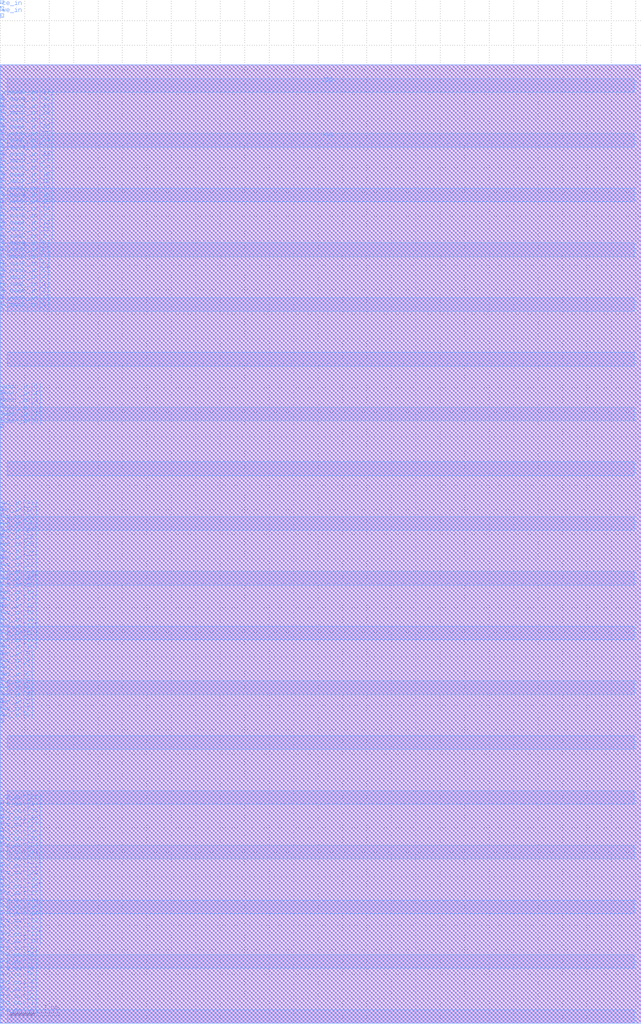
<source format=lef>
# Generated by FakeRAM 2.0
VERSION 5.7 ;
BUSBITCHARS "[]" ;
PROPERTYDEFINITIONS
  MACRO width INTEGER ;
  MACRO depth INTEGER ;
  MACRO banks INTEGER ;
END PROPERTYDEFINITIONS
MACRO fakeram45_64x32_bottom_tier
  PROPERTY width 32 ;
  PROPERTY depth 64 ;
  PROPERTY banks 1 ;
  FOREIGN fakeram45_64x32_bottom_tier 0 0 ;
  SYMMETRY X Y R90 ;
  SIZE 26.220 BY 39.200 ;
  CLASS BLOCK ;
  PIN rd_out[0]
    DIRECTION OUTPUT ;
    USE SIGNAL ;
    SHAPE ABUTMENT ;
    PORT
      LAYER metal4_bottom_tier ;
      RECT 0.000 0.280 0.140 0.420 ;
    END
  END rd_out[0]
  PIN rd_out[1]
    DIRECTION OUTPUT ;
    USE SIGNAL ;
    SHAPE ABUTMENT ;
    PORT
      LAYER metal4_bottom_tier ;
      RECT 0.000 0.560 0.140 0.700 ;
    END
  END rd_out[1]
  PIN rd_out[2]
    DIRECTION OUTPUT ;
    USE SIGNAL ;
    SHAPE ABUTMENT ;
    PORT
      LAYER metal4_bottom_tier ;
      RECT 0.000 0.840 0.140 0.980 ;
    END
  END rd_out[2]
  PIN rd_out[3]
    DIRECTION OUTPUT ;
    USE SIGNAL ;
    SHAPE ABUTMENT ;
    PORT
      LAYER metal4_bottom_tier ;
      RECT 0.000 1.120 0.140 1.260 ;
    END
  END rd_out[3]
  PIN rd_out[4]
    DIRECTION OUTPUT ;
    USE SIGNAL ;
    SHAPE ABUTMENT ;
    PORT
      LAYER metal4_bottom_tier ;
      RECT 0.000 1.400 0.140 1.540 ;
    END
  END rd_out[4]
  PIN rd_out[5]
    DIRECTION OUTPUT ;
    USE SIGNAL ;
    SHAPE ABUTMENT ;
    PORT
      LAYER metal4_bottom_tier ;
      RECT 0.000 1.680 0.140 1.820 ;
    END
  END rd_out[5]
  PIN rd_out[6]
    DIRECTION OUTPUT ;
    USE SIGNAL ;
    SHAPE ABUTMENT ;
    PORT
      LAYER metal4_bottom_tier ;
      RECT 0.000 1.960 0.140 2.100 ;
    END
  END rd_out[6]
  PIN rd_out[7]
    DIRECTION OUTPUT ;
    USE SIGNAL ;
    SHAPE ABUTMENT ;
    PORT
      LAYER metal4_bottom_tier ;
      RECT 0.000 2.240 0.140 2.380 ;
    END
  END rd_out[7]
  PIN rd_out[8]
    DIRECTION OUTPUT ;
    USE SIGNAL ;
    SHAPE ABUTMENT ;
    PORT
      LAYER metal4_bottom_tier ;
      RECT 0.000 2.520 0.140 2.660 ;
    END
  END rd_out[8]
  PIN rd_out[9]
    DIRECTION OUTPUT ;
    USE SIGNAL ;
    SHAPE ABUTMENT ;
    PORT
      LAYER metal4_bottom_tier ;
      RECT 0.000 2.800 0.140 2.940 ;
    END
  END rd_out[9]
  PIN rd_out[10]
    DIRECTION OUTPUT ;
    USE SIGNAL ;
    SHAPE ABUTMENT ;
    PORT
      LAYER metal4_bottom_tier ;
      RECT 0.000 3.080 0.140 3.220 ;
    END
  END rd_out[10]
  PIN rd_out[11]
    DIRECTION OUTPUT ;
    USE SIGNAL ;
    SHAPE ABUTMENT ;
    PORT
      LAYER metal4_bottom_tier ;
      RECT 0.000 3.360 0.140 3.500 ;
    END
  END rd_out[11]
  PIN rd_out[12]
    DIRECTION OUTPUT ;
    USE SIGNAL ;
    SHAPE ABUTMENT ;
    PORT
      LAYER metal4_bottom_tier ;
      RECT 0.000 3.640 0.140 3.780 ;
    END
  END rd_out[12]
  PIN rd_out[13]
    DIRECTION OUTPUT ;
    USE SIGNAL ;
    SHAPE ABUTMENT ;
    PORT
      LAYER metal4_bottom_tier ;
      RECT 0.000 3.920 0.140 4.060 ;
    END
  END rd_out[13]
  PIN rd_out[14]
    DIRECTION OUTPUT ;
    USE SIGNAL ;
    SHAPE ABUTMENT ;
    PORT
      LAYER metal4_bottom_tier ;
      RECT 0.000 4.200 0.140 4.340 ;
    END
  END rd_out[14]
  PIN rd_out[15]
    DIRECTION OUTPUT ;
    USE SIGNAL ;
    SHAPE ABUTMENT ;
    PORT
      LAYER metal4_bottom_tier ;
      RECT 0.000 4.480 0.140 4.620 ;
    END
  END rd_out[15]
  PIN rd_out[16]
    DIRECTION OUTPUT ;
    USE SIGNAL ;
    SHAPE ABUTMENT ;
    PORT
      LAYER metal4_bottom_tier ;
      RECT 0.000 4.760 0.140 4.900 ;
    END
  END rd_out[16]
  PIN rd_out[17]
    DIRECTION OUTPUT ;
    USE SIGNAL ;
    SHAPE ABUTMENT ;
    PORT
      LAYER metal4_bottom_tier ;
      RECT 0.000 5.040 0.140 5.180 ;
    END
  END rd_out[17]
  PIN rd_out[18]
    DIRECTION OUTPUT ;
    USE SIGNAL ;
    SHAPE ABUTMENT ;
    PORT
      LAYER metal4_bottom_tier ;
      RECT 0.000 5.320 0.140 5.460 ;
    END
  END rd_out[18]
  PIN rd_out[19]
    DIRECTION OUTPUT ;
    USE SIGNAL ;
    SHAPE ABUTMENT ;
    PORT
      LAYER metal4_bottom_tier ;
      RECT 0.000 5.600 0.140 5.740 ;
    END
  END rd_out[19]
  PIN rd_out[20]
    DIRECTION OUTPUT ;
    USE SIGNAL ;
    SHAPE ABUTMENT ;
    PORT
      LAYER metal4_bottom_tier ;
      RECT 0.000 5.880 0.140 6.020 ;
    END
  END rd_out[20]
  PIN rd_out[21]
    DIRECTION OUTPUT ;
    USE SIGNAL ;
    SHAPE ABUTMENT ;
    PORT
      LAYER metal4_bottom_tier ;
      RECT 0.000 6.160 0.140 6.300 ;
    END
  END rd_out[21]
  PIN rd_out[22]
    DIRECTION OUTPUT ;
    USE SIGNAL ;
    SHAPE ABUTMENT ;
    PORT
      LAYER metal4_bottom_tier ;
      RECT 0.000 6.440 0.140 6.580 ;
    END
  END rd_out[22]
  PIN rd_out[23]
    DIRECTION OUTPUT ;
    USE SIGNAL ;
    SHAPE ABUTMENT ;
    PORT
      LAYER metal4_bottom_tier ;
      RECT 0.000 6.720 0.140 6.860 ;
    END
  END rd_out[23]
  PIN rd_out[24]
    DIRECTION OUTPUT ;
    USE SIGNAL ;
    SHAPE ABUTMENT ;
    PORT
      LAYER metal4_bottom_tier ;
      RECT 0.000 7.000 0.140 7.140 ;
    END
  END rd_out[24]
  PIN rd_out[25]
    DIRECTION OUTPUT ;
    USE SIGNAL ;
    SHAPE ABUTMENT ;
    PORT
      LAYER metal4_bottom_tier ;
      RECT 0.000 7.280 0.140 7.420 ;
    END
  END rd_out[25]
  PIN rd_out[26]
    DIRECTION OUTPUT ;
    USE SIGNAL ;
    SHAPE ABUTMENT ;
    PORT
      LAYER metal4_bottom_tier ;
      RECT 0.000 7.560 0.140 7.700 ;
    END
  END rd_out[26]
  PIN rd_out[27]
    DIRECTION OUTPUT ;
    USE SIGNAL ;
    SHAPE ABUTMENT ;
    PORT
      LAYER metal4_bottom_tier ;
      RECT 0.000 7.840 0.140 7.980 ;
    END
  END rd_out[27]
  PIN rd_out[28]
    DIRECTION OUTPUT ;
    USE SIGNAL ;
    SHAPE ABUTMENT ;
    PORT
      LAYER metal4_bottom_tier ;
      RECT 0.000 8.120 0.140 8.260 ;
    END
  END rd_out[28]
  PIN rd_out[29]
    DIRECTION OUTPUT ;
    USE SIGNAL ;
    SHAPE ABUTMENT ;
    PORT
      LAYER metal4_bottom_tier ;
      RECT 0.000 8.400 0.140 8.540 ;
    END
  END rd_out[29]
  PIN rd_out[30]
    DIRECTION OUTPUT ;
    USE SIGNAL ;
    SHAPE ABUTMENT ;
    PORT
      LAYER metal4_bottom_tier ;
      RECT 0.000 8.680 0.140 8.820 ;
    END
  END rd_out[30]
  PIN rd_out[31]
    DIRECTION OUTPUT ;
    USE SIGNAL ;
    SHAPE ABUTMENT ;
    PORT
      LAYER metal4_bottom_tier ;
      RECT 0.000 8.960 0.140 9.100 ;
    END
  END rd_out[31]
  PIN wd_in[0]
    DIRECTION INPUT ;
    USE SIGNAL ;
    SHAPE ABUTMENT ;
    PORT
      LAYER metal4_bottom_tier ;
      RECT 0.000 12.320 0.140 12.460 ;
    END
  END wd_in[0]
  PIN wd_in[1]
    DIRECTION INPUT ;
    USE SIGNAL ;
    SHAPE ABUTMENT ;
    PORT
      LAYER metal4_bottom_tier ;
      RECT 0.000 12.600 0.140 12.740 ;
    END
  END wd_in[1]
  PIN wd_in[2]
    DIRECTION INPUT ;
    USE SIGNAL ;
    SHAPE ABUTMENT ;
    PORT
      LAYER metal4_bottom_tier ;
      RECT 0.000 12.880 0.140 13.020 ;
    END
  END wd_in[2]
  PIN wd_in[3]
    DIRECTION INPUT ;
    USE SIGNAL ;
    SHAPE ABUTMENT ;
    PORT
      LAYER metal4_bottom_tier ;
      RECT 0.000 13.160 0.140 13.300 ;
    END
  END wd_in[3]
  PIN wd_in[4]
    DIRECTION INPUT ;
    USE SIGNAL ;
    SHAPE ABUTMENT ;
    PORT
      LAYER metal4_bottom_tier ;
      RECT 0.000 13.440 0.140 13.580 ;
    END
  END wd_in[4]
  PIN wd_in[5]
    DIRECTION INPUT ;
    USE SIGNAL ;
    SHAPE ABUTMENT ;
    PORT
      LAYER metal4_bottom_tier ;
      RECT 0.000 13.720 0.140 13.860 ;
    END
  END wd_in[5]
  PIN wd_in[6]
    DIRECTION INPUT ;
    USE SIGNAL ;
    SHAPE ABUTMENT ;
    PORT
      LAYER metal4_bottom_tier ;
      RECT 0.000 14.000 0.140 14.140 ;
    END
  END wd_in[6]
  PIN wd_in[7]
    DIRECTION INPUT ;
    USE SIGNAL ;
    SHAPE ABUTMENT ;
    PORT
      LAYER metal4_bottom_tier ;
      RECT 0.000 14.280 0.140 14.420 ;
    END
  END wd_in[7]
  PIN wd_in[8]
    DIRECTION INPUT ;
    USE SIGNAL ;
    SHAPE ABUTMENT ;
    PORT
      LAYER metal4_bottom_tier ;
      RECT 0.000 14.560 0.140 14.700 ;
    END
  END wd_in[8]
  PIN wd_in[9]
    DIRECTION INPUT ;
    USE SIGNAL ;
    SHAPE ABUTMENT ;
    PORT
      LAYER metal4_bottom_tier ;
      RECT 0.000 14.840 0.140 14.980 ;
    END
  END wd_in[9]
  PIN wd_in[10]
    DIRECTION INPUT ;
    USE SIGNAL ;
    SHAPE ABUTMENT ;
    PORT
      LAYER metal4_bottom_tier ;
      RECT 0.000 15.120 0.140 15.260 ;
    END
  END wd_in[10]
  PIN wd_in[11]
    DIRECTION INPUT ;
    USE SIGNAL ;
    SHAPE ABUTMENT ;
    PORT
      LAYER metal4_bottom_tier ;
      RECT 0.000 15.400 0.140 15.540 ;
    END
  END wd_in[11]
  PIN wd_in[12]
    DIRECTION INPUT ;
    USE SIGNAL ;
    SHAPE ABUTMENT ;
    PORT
      LAYER metal4_bottom_tier ;
      RECT 0.000 15.680 0.140 15.820 ;
    END
  END wd_in[12]
  PIN wd_in[13]
    DIRECTION INPUT ;
    USE SIGNAL ;
    SHAPE ABUTMENT ;
    PORT
      LAYER metal4_bottom_tier ;
      RECT 0.000 15.960 0.140 16.100 ;
    END
  END wd_in[13]
  PIN wd_in[14]
    DIRECTION INPUT ;
    USE SIGNAL ;
    SHAPE ABUTMENT ;
    PORT
      LAYER metal4_bottom_tier ;
      RECT 0.000 16.240 0.140 16.380 ;
    END
  END wd_in[14]
  PIN wd_in[15]
    DIRECTION INPUT ;
    USE SIGNAL ;
    SHAPE ABUTMENT ;
    PORT
      LAYER metal4_bottom_tier ;
      RECT 0.000 16.520 0.140 16.660 ;
    END
  END wd_in[15]
  PIN wd_in[16]
    DIRECTION INPUT ;
    USE SIGNAL ;
    SHAPE ABUTMENT ;
    PORT
      LAYER metal4_bottom_tier ;
      RECT 0.000 16.800 0.140 16.940 ;
    END
  END wd_in[16]
  PIN wd_in[17]
    DIRECTION INPUT ;
    USE SIGNAL ;
    SHAPE ABUTMENT ;
    PORT
      LAYER metal4_bottom_tier ;
      RECT 0.000 17.080 0.140 17.220 ;
    END
  END wd_in[17]
  PIN wd_in[18]
    DIRECTION INPUT ;
    USE SIGNAL ;
    SHAPE ABUTMENT ;
    PORT
      LAYER metal4_bottom_tier ;
      RECT 0.000 17.360 0.140 17.500 ;
    END
  END wd_in[18]
  PIN wd_in[19]
    DIRECTION INPUT ;
    USE SIGNAL ;
    SHAPE ABUTMENT ;
    PORT
      LAYER metal4_bottom_tier ;
      RECT 0.000 17.640 0.140 17.780 ;
    END
  END wd_in[19]
  PIN wd_in[20]
    DIRECTION INPUT ;
    USE SIGNAL ;
    SHAPE ABUTMENT ;
    PORT
      LAYER metal4_bottom_tier ;
      RECT 0.000 17.920 0.140 18.060 ;
    END
  END wd_in[20]
  PIN wd_in[21]
    DIRECTION INPUT ;
    USE SIGNAL ;
    SHAPE ABUTMENT ;
    PORT
      LAYER metal4_bottom_tier ;
      RECT 0.000 18.200 0.140 18.340 ;
    END
  END wd_in[21]
  PIN wd_in[22]
    DIRECTION INPUT ;
    USE SIGNAL ;
    SHAPE ABUTMENT ;
    PORT
      LAYER metal4_bottom_tier ;
      RECT 0.000 18.480 0.140 18.620 ;
    END
  END wd_in[22]
  PIN wd_in[23]
    DIRECTION INPUT ;
    USE SIGNAL ;
    SHAPE ABUTMENT ;
    PORT
      LAYER metal4_bottom_tier ;
      RECT 0.000 18.760 0.140 18.900 ;
    END
  END wd_in[23]
  PIN wd_in[24]
    DIRECTION INPUT ;
    USE SIGNAL ;
    SHAPE ABUTMENT ;
    PORT
      LAYER metal4_bottom_tier ;
      RECT 0.000 19.040 0.140 19.180 ;
    END
  END wd_in[24]
  PIN wd_in[25]
    DIRECTION INPUT ;
    USE SIGNAL ;
    SHAPE ABUTMENT ;
    PORT
      LAYER metal4_bottom_tier ;
      RECT 0.000 19.320 0.140 19.460 ;
    END
  END wd_in[25]
  PIN wd_in[26]
    DIRECTION INPUT ;
    USE SIGNAL ;
    SHAPE ABUTMENT ;
    PORT
      LAYER metal4_bottom_tier ;
      RECT 0.000 19.600 0.140 19.740 ;
    END
  END wd_in[26]
  PIN wd_in[27]
    DIRECTION INPUT ;
    USE SIGNAL ;
    SHAPE ABUTMENT ;
    PORT
      LAYER metal4_bottom_tier ;
      RECT 0.000 19.880 0.140 20.020 ;
    END
  END wd_in[27]
  PIN wd_in[28]
    DIRECTION INPUT ;
    USE SIGNAL ;
    SHAPE ABUTMENT ;
    PORT
      LAYER metal4_bottom_tier ;
      RECT 0.000 20.160 0.140 20.300 ;
    END
  END wd_in[28]
  PIN wd_in[29]
    DIRECTION INPUT ;
    USE SIGNAL ;
    SHAPE ABUTMENT ;
    PORT
      LAYER metal4_bottom_tier ;
      RECT 0.000 20.440 0.140 20.580 ;
    END
  END wd_in[29]
  PIN wd_in[30]
    DIRECTION INPUT ;
    USE SIGNAL ;
    SHAPE ABUTMENT ;
    PORT
      LAYER metal4_bottom_tier ;
      RECT 0.000 20.720 0.140 20.860 ;
    END
  END wd_in[30]
  PIN wd_in[31]
    DIRECTION INPUT ;
    USE SIGNAL ;
    SHAPE ABUTMENT ;
    PORT
      LAYER metal4_bottom_tier ;
      RECT 0.000 21.000 0.140 21.140 ;
    END
  END wd_in[31]
  PIN addr_in[0]
    DIRECTION INPUT ;
    USE SIGNAL ;
    SHAPE ABUTMENT ;
    PORT
      LAYER metal4_bottom_tier ;
      RECT 0.000 24.360 0.140 24.500 ;
    END
  END addr_in[0]
  PIN addr_in[1]
    DIRECTION INPUT ;
    USE SIGNAL ;
    SHAPE ABUTMENT ;
    PORT
      LAYER metal4_bottom_tier ;
      RECT 0.000 24.640 0.140 24.780 ;
    END
  END addr_in[1]
  PIN addr_in[2]
    DIRECTION INPUT ;
    USE SIGNAL ;
    SHAPE ABUTMENT ;
    PORT
      LAYER metal4_bottom_tier ;
      RECT 0.000 24.920 0.140 25.060 ;
    END
  END addr_in[2]
  PIN addr_in[3]
    DIRECTION INPUT ;
    USE SIGNAL ;
    SHAPE ABUTMENT ;
    PORT
      LAYER metal4_bottom_tier ;
      RECT 0.000 25.200 0.140 25.340 ;
    END
  END addr_in[3]
  PIN addr_in[4]
    DIRECTION INPUT ;
    USE SIGNAL ;
    SHAPE ABUTMENT ;
    PORT
      LAYER metal4_bottom_tier ;
      RECT 0.000 25.480 0.140 25.620 ;
    END
  END addr_in[4]
  PIN addr_in[5]
    DIRECTION INPUT ;
    USE SIGNAL ;
    SHAPE ABUTMENT ;
    PORT
      LAYER metal4_bottom_tier ;
      RECT 0.000 25.760 0.140 25.900 ;
    END
  END addr_in[5]
  PIN w_mask_in[0]
    DIRECTION OUTPUT ;
    USE SIGNAL ;
    SHAPE ABUTMENT ;
    PORT
      LAYER metal4_bottom_tier ;
      RECT 0.000 29.120 0.140 29.260 ;
    END
  END w_mask_in[0]
  PIN w_mask_in[1]
    DIRECTION OUTPUT ;
    USE SIGNAL ;
    SHAPE ABUTMENT ;
    PORT
      LAYER metal4_bottom_tier ;
      RECT 0.000 29.400 0.140 29.540 ;
    END
  END w_mask_in[1]
  PIN w_mask_in[2]
    DIRECTION OUTPUT ;
    USE SIGNAL ;
    SHAPE ABUTMENT ;
    PORT
      LAYER metal4_bottom_tier ;
      RECT 0.000 29.680 0.140 29.820 ;
    END
  END w_mask_in[2]
  PIN w_mask_in[3]
    DIRECTION OUTPUT ;
    USE SIGNAL ;
    SHAPE ABUTMENT ;
    PORT
      LAYER metal4_bottom_tier ;
      RECT 0.000 29.960 0.140 30.100 ;
    END
  END w_mask_in[3]
  PIN w_mask_in[4]
    DIRECTION OUTPUT ;
    USE SIGNAL ;
    SHAPE ABUTMENT ;
    PORT
      LAYER metal4_bottom_tier ;
      RECT 0.000 30.240 0.140 30.380 ;
    END
  END w_mask_in[4]
  PIN w_mask_in[5]
    DIRECTION OUTPUT ;
    USE SIGNAL ;
    SHAPE ABUTMENT ;
    PORT
      LAYER metal4_bottom_tier ;
      RECT 0.000 30.520 0.140 30.660 ;
    END
  END w_mask_in[5]
  PIN w_mask_in[6]
    DIRECTION OUTPUT ;
    USE SIGNAL ;
    SHAPE ABUTMENT ;
    PORT
      LAYER metal4_bottom_tier ;
      RECT 0.000 30.800 0.140 30.940 ;
    END
  END w_mask_in[6]
  PIN w_mask_in[7]
    DIRECTION OUTPUT ;
    USE SIGNAL ;
    SHAPE ABUTMENT ;
    PORT
      LAYER metal4_bottom_tier ;
      RECT 0.000 31.080 0.140 31.220 ;
    END
  END w_mask_in[7]
  PIN w_mask_in[8]
    DIRECTION OUTPUT ;
    USE SIGNAL ;
    SHAPE ABUTMENT ;
    PORT
      LAYER metal4_bottom_tier ;
      RECT 0.000 31.360 0.140 31.500 ;
    END
  END w_mask_in[8]
  PIN w_mask_in[9]
    DIRECTION OUTPUT ;
    USE SIGNAL ;
    SHAPE ABUTMENT ;
    PORT
      LAYER metal4_bottom_tier ;
      RECT 0.000 31.640 0.140 31.780 ;
    END
  END w_mask_in[9]
  PIN w_mask_in[10]
    DIRECTION OUTPUT ;
    USE SIGNAL ;
    SHAPE ABUTMENT ;
    PORT
      LAYER metal4_bottom_tier ;
      RECT 0.000 31.920 0.140 32.060 ;
    END
  END w_mask_in[10]
  PIN w_mask_in[11]
    DIRECTION OUTPUT ;
    USE SIGNAL ;
    SHAPE ABUTMENT ;
    PORT
      LAYER metal4_bottom_tier ;
      RECT 0.000 32.200 0.140 32.340 ;
    END
  END w_mask_in[11]
  PIN w_mask_in[12]
    DIRECTION OUTPUT ;
    USE SIGNAL ;
    SHAPE ABUTMENT ;
    PORT
      LAYER metal4_bottom_tier ;
      RECT 0.000 32.480 0.140 32.620 ;
    END
  END w_mask_in[12]
  PIN w_mask_in[13]
    DIRECTION OUTPUT ;
    USE SIGNAL ;
    SHAPE ABUTMENT ;
    PORT
      LAYER metal4_bottom_tier ;
      RECT 0.000 32.760 0.140 32.900 ;
    END
  END w_mask_in[13]
  PIN w_mask_in[14]
    DIRECTION OUTPUT ;
    USE SIGNAL ;
    SHAPE ABUTMENT ;
    PORT
      LAYER metal4_bottom_tier ;
      RECT 0.000 33.040 0.140 33.180 ;
    END
  END w_mask_in[14]
  PIN w_mask_in[15]
    DIRECTION OUTPUT ;
    USE SIGNAL ;
    SHAPE ABUTMENT ;
    PORT
      LAYER metal4_bottom_tier ;
      RECT 0.000 33.320 0.140 33.460 ;
    END
  END w_mask_in[15]
  PIN w_mask_in[16]
    DIRECTION OUTPUT ;
    USE SIGNAL ;
    SHAPE ABUTMENT ;
    PORT
      LAYER metal4_bottom_tier ;
      RECT 0.000 33.600 0.140 33.740 ;
    END
  END w_mask_in[16]
  PIN w_mask_in[17]
    DIRECTION OUTPUT ;
    USE SIGNAL ;
    SHAPE ABUTMENT ;
    PORT
      LAYER metal4_bottom_tier ;
      RECT 0.000 33.880 0.140 34.020 ;
    END
  END w_mask_in[17]
  PIN w_mask_in[18]
    DIRECTION OUTPUT ;
    USE SIGNAL ;
    SHAPE ABUTMENT ;
    PORT
      LAYER metal4_bottom_tier ;
      RECT 0.000 34.160 0.140 34.300 ;
    END
  END w_mask_in[18]
  PIN w_mask_in[19]
    DIRECTION OUTPUT ;
    USE SIGNAL ;
    SHAPE ABUTMENT ;
    PORT
      LAYER metal4_bottom_tier ;
      RECT 0.000 34.440 0.140 34.580 ;
    END
  END w_mask_in[19]
  PIN w_mask_in[20]
    DIRECTION OUTPUT ;
    USE SIGNAL ;
    SHAPE ABUTMENT ;
    PORT
      LAYER metal4_bottom_tier ;
      RECT 0.000 34.720 0.140 34.860 ;
    END
  END w_mask_in[20]
  PIN w_mask_in[21]
    DIRECTION OUTPUT ;
    USE SIGNAL ;
    SHAPE ABUTMENT ;
    PORT
      LAYER metal4_bottom_tier ;
      RECT 0.000 35.000 0.140 35.140 ;
    END
  END w_mask_in[21]
  PIN w_mask_in[22]
    DIRECTION OUTPUT ;
    USE SIGNAL ;
    SHAPE ABUTMENT ;
    PORT
      LAYER metal4_bottom_tier ;
      RECT 0.000 35.280 0.140 35.420 ;
    END
  END w_mask_in[22]
  PIN w_mask_in[23]
    DIRECTION OUTPUT ;
    USE SIGNAL ;
    SHAPE ABUTMENT ;
    PORT
      LAYER metal4_bottom_tier ;
      RECT 0.000 35.560 0.140 35.700 ;
    END
  END w_mask_in[23]
  PIN w_mask_in[24]
    DIRECTION OUTPUT ;
    USE SIGNAL ;
    SHAPE ABUTMENT ;
    PORT
      LAYER metal4_bottom_tier ;
      RECT 0.000 35.840 0.140 35.980 ;
    END
  END w_mask_in[24]
  PIN w_mask_in[25]
    DIRECTION OUTPUT ;
    USE SIGNAL ;
    SHAPE ABUTMENT ;
    PORT
      LAYER metal4_bottom_tier ;
      RECT 0.000 36.120 0.140 36.260 ;
    END
  END w_mask_in[25]
  PIN w_mask_in[26]
    DIRECTION OUTPUT ;
    USE SIGNAL ;
    SHAPE ABUTMENT ;
    PORT
      LAYER metal4_bottom_tier ;
      RECT 0.000 36.400 0.140 36.540 ;
    END
  END w_mask_in[26]
  PIN w_mask_in[27]
    DIRECTION OUTPUT ;
    USE SIGNAL ;
    SHAPE ABUTMENT ;
    PORT
      LAYER metal4_bottom_tier ;
      RECT 0.000 36.680 0.140 36.820 ;
    END
  END w_mask_in[27]
  PIN w_mask_in[28]
    DIRECTION OUTPUT ;
    USE SIGNAL ;
    SHAPE ABUTMENT ;
    PORT
      LAYER metal4_bottom_tier ;
      RECT 0.000 36.960 0.140 37.100 ;
    END
  END w_mask_in[28]
  PIN w_mask_in[29]
    DIRECTION OUTPUT ;
    USE SIGNAL ;
    SHAPE ABUTMENT ;
    PORT
      LAYER metal4_bottom_tier ;
      RECT 0.000 37.240 0.140 37.380 ;
    END
  END w_mask_in[29]
  PIN w_mask_in[30]
    DIRECTION OUTPUT ;
    USE SIGNAL ;
    SHAPE ABUTMENT ;
    PORT
      LAYER metal4_bottom_tier ;
      RECT 0.000 37.520 0.140 37.660 ;
    END
  END w_mask_in[30]
  PIN w_mask_in[31]
    DIRECTION OUTPUT ;
    USE SIGNAL ;
    SHAPE ABUTMENT ;
    PORT
      LAYER metal4_bottom_tier ;
      RECT 0.000 37.800 0.140 37.940 ;
    END
  END w_mask_in[31]
  PIN we_in
    DIRECTION INPUT ;
    USE SIGNAL ;
    SHAPE ABUTMENT ;
    PORT
      LAYER metal4_bottom_tier ;
      RECT 0.000 41.160 0.140 41.300 ;
    END
  END we_in
  PIN ce_in
    DIRECTION INPUT ;
    USE SIGNAL ;
    SHAPE ABUTMENT ;
    PORT
      LAYER metal4_bottom_tier ;
      RECT 0.000 41.440 0.140 41.580 ;
    END
  END ce_in
  PIN clk
    DIRECTION INPUT ;
    USE SIGNAL ;
    SHAPE ABUTMENT ;
    PORT
      LAYER metal4_bottom_tier ;
      RECT 0.000 41.720 0.140 41.860 ;
    END
  END clk
  PIN VSS
    DIRECTION INOUT ;
    USE GROUND ;
    PORT
      LAYER metal4_bottom_tier ;
      RECT 0.280 0.000 25.940 0.560 ;
      RECT 0.280 4.480 25.940 5.040 ;
      RECT 0.280 8.960 25.940 9.520 ;
      RECT 0.280 13.440 25.940 14.000 ;
      RECT 0.280 17.920 25.940 18.480 ;
      RECT 0.280 22.400 25.940 22.960 ;
      RECT 0.280 26.880 25.940 27.440 ;
      RECT 0.280 31.360 25.940 31.920 ;
      RECT 0.280 35.840 25.940 36.400 ;
    END
  END VSS
  PIN VDD
    DIRECTION INOUT ;
    USE POWER ;
    PORT
      LAYER metal4_bottom_tier ;
      RECT 0.280 2.240 25.940 2.800 ;
      RECT 0.280 6.720 25.940 7.280 ;
      RECT 0.280 11.200 25.940 11.760 ;
      RECT 0.280 15.680 25.940 16.240 ;
      RECT 0.280 20.160 25.940 20.720 ;
      RECT 0.280 24.640 25.940 25.200 ;
      RECT 0.280 29.120 25.940 29.680 ;
      RECT 0.280 33.600 25.940 34.160 ;
      RECT 0.280 38.080 25.940 38.640 ;
    END
  END VDD
  OBS
    LAYER metal1_bottom_tier ;
    RECT 0 0 26.220 39.200 ;
    LAYER metal2_bottom_tier ;
    RECT 0 0 26.220 39.200 ;
    LAYER metal3_bottom_tier ;
    RECT 0 0 26.220 39.200 ;
    LAYER metal4_bottom_tier ;
    RECT 0 0 26.220 39.200 ;
  END
END fakeram45_64x32_bottom_tier

END LIBRARY

</source>
